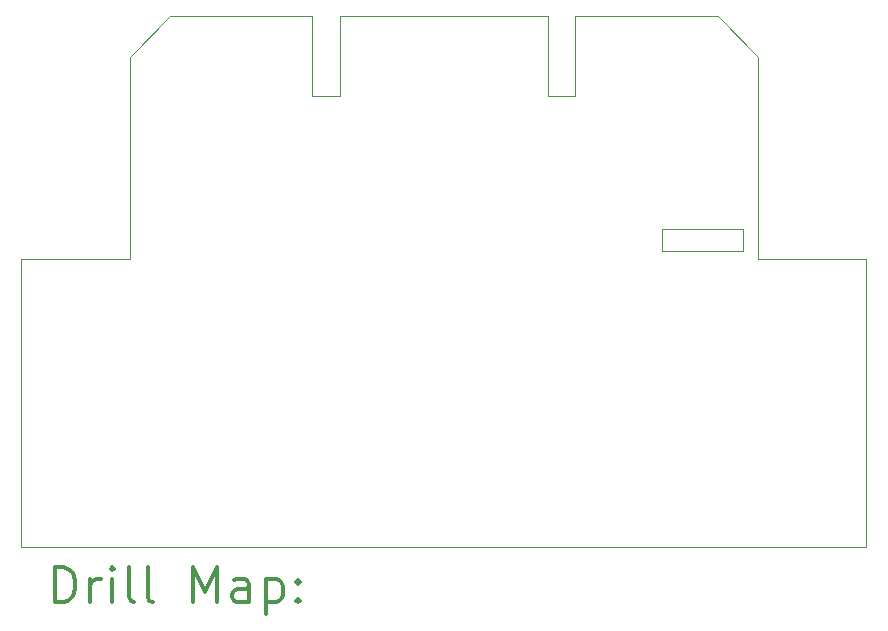
<source format=gbr>
%FSLAX45Y45*%
G04 Gerber Fmt 4.5, Leading zero omitted, Abs format (unit mm)*
G04 Created by KiCad (PCBNEW (5.1.10)-1) date 2021-11-08 10:20:36*
%MOMM*%
%LPD*%
G01*
G04 APERTURE LIST*
%TA.AperFunction,Profile*%
%ADD10C,0.050000*%
%TD*%
%ADD11C,0.200000*%
%ADD12C,0.300000*%
G04 APERTURE END LIST*
D10*
X21899000Y-8000000D02*
X22233000Y-8354000D01*
X16920000Y-8354000D02*
X17254000Y-8000000D01*
X21420000Y-9990000D02*
X21420000Y-9810000D01*
X22110000Y-9990000D02*
X21420000Y-9990000D01*
X22110000Y-9810000D02*
X22110000Y-9990000D01*
X21420000Y-9810000D02*
X22110000Y-9810000D01*
X20689780Y-8000440D02*
X21899000Y-8000000D01*
X17254000Y-8000000D02*
X18463400Y-8000440D01*
X22233000Y-10058000D02*
X23153000Y-10058000D01*
X22233000Y-10058000D02*
X22233000Y-8354000D01*
X23153000Y-12500000D02*
X23153000Y-10058000D01*
X16920000Y-10058000D02*
X16920000Y-8354000D01*
X16000000Y-10058000D02*
X16920000Y-10058000D01*
X16000000Y-12500000D02*
X23153000Y-12500000D01*
X16000000Y-12500000D02*
X16000000Y-10058000D01*
X18463400Y-8000440D02*
X18463400Y-8679640D01*
X18463400Y-8679640D02*
X18697400Y-8679640D01*
X20458640Y-8000440D02*
X20458640Y-8678620D01*
X20458640Y-8678620D02*
X20689780Y-8678620D01*
X20689780Y-8678620D02*
X20689780Y-8000440D01*
X18697400Y-8000440D02*
X20458640Y-8000440D01*
X18697400Y-8679640D02*
X18697400Y-8000440D01*
D11*
D12*
X16283928Y-12968214D02*
X16283928Y-12668214D01*
X16355357Y-12668214D01*
X16398214Y-12682500D01*
X16426786Y-12711071D01*
X16441071Y-12739643D01*
X16455357Y-12796786D01*
X16455357Y-12839643D01*
X16441071Y-12896786D01*
X16426786Y-12925357D01*
X16398214Y-12953929D01*
X16355357Y-12968214D01*
X16283928Y-12968214D01*
X16583928Y-12968214D02*
X16583928Y-12768214D01*
X16583928Y-12825357D02*
X16598214Y-12796786D01*
X16612500Y-12782500D01*
X16641071Y-12768214D01*
X16669643Y-12768214D01*
X16769643Y-12968214D02*
X16769643Y-12768214D01*
X16769643Y-12668214D02*
X16755357Y-12682500D01*
X16769643Y-12696786D01*
X16783928Y-12682500D01*
X16769643Y-12668214D01*
X16769643Y-12696786D01*
X16955357Y-12968214D02*
X16926786Y-12953929D01*
X16912500Y-12925357D01*
X16912500Y-12668214D01*
X17112500Y-12968214D02*
X17083928Y-12953929D01*
X17069643Y-12925357D01*
X17069643Y-12668214D01*
X17455357Y-12968214D02*
X17455357Y-12668214D01*
X17555357Y-12882500D01*
X17655357Y-12668214D01*
X17655357Y-12968214D01*
X17926786Y-12968214D02*
X17926786Y-12811071D01*
X17912500Y-12782500D01*
X17883928Y-12768214D01*
X17826786Y-12768214D01*
X17798214Y-12782500D01*
X17926786Y-12953929D02*
X17898214Y-12968214D01*
X17826786Y-12968214D01*
X17798214Y-12953929D01*
X17783928Y-12925357D01*
X17783928Y-12896786D01*
X17798214Y-12868214D01*
X17826786Y-12853929D01*
X17898214Y-12853929D01*
X17926786Y-12839643D01*
X18069643Y-12768214D02*
X18069643Y-13068214D01*
X18069643Y-12782500D02*
X18098214Y-12768214D01*
X18155357Y-12768214D01*
X18183928Y-12782500D01*
X18198214Y-12796786D01*
X18212500Y-12825357D01*
X18212500Y-12911071D01*
X18198214Y-12939643D01*
X18183928Y-12953929D01*
X18155357Y-12968214D01*
X18098214Y-12968214D01*
X18069643Y-12953929D01*
X18341071Y-12939643D02*
X18355357Y-12953929D01*
X18341071Y-12968214D01*
X18326786Y-12953929D01*
X18341071Y-12939643D01*
X18341071Y-12968214D01*
X18341071Y-12782500D02*
X18355357Y-12796786D01*
X18341071Y-12811071D01*
X18326786Y-12796786D01*
X18341071Y-12782500D01*
X18341071Y-12811071D01*
M02*

</source>
